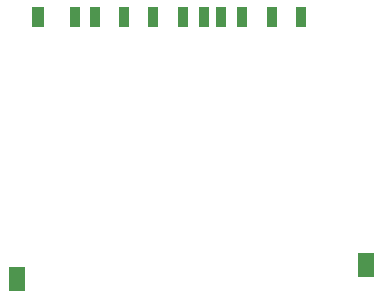
<source format=gbr>
%TF.GenerationSoftware,KiCad,Pcbnew,7.0.1*%
%TF.CreationDate,2024-03-20T11:01:38+03:00*%
%TF.ProjectId,delta_flop_arduino,64656c74-615f-4666-9c6f-705f61726475,rev?*%
%TF.SameCoordinates,Original*%
%TF.FileFunction,Paste,Top*%
%TF.FilePolarity,Positive*%
%FSLAX46Y46*%
G04 Gerber Fmt 4.6, Leading zero omitted, Abs format (unit mm)*
G04 Created by KiCad (PCBNEW 7.0.1) date 2024-03-20 11:01:38*
%MOMM*%
%LPD*%
G01*
G04 APERTURE LIST*
%ADD10R,0.900000X1.800000*%
%ADD11R,1.100000X1.800000*%
%ADD12R,1.400000X2.000000*%
G04 APERTURE END LIST*
D10*
%TO.C,J2*%
X178170000Y-128000000D03*
X175670000Y-128000000D03*
X173920000Y-128000000D03*
X170670000Y-128000000D03*
X168170000Y-128000000D03*
X165670000Y-128000000D03*
X163250000Y-128000000D03*
X161550000Y-128000000D03*
X180670000Y-128000000D03*
X172420000Y-128000000D03*
D11*
X158400000Y-128000000D03*
D12*
X186150000Y-149000000D03*
X156650000Y-150150000D03*
%TD*%
M02*

</source>
